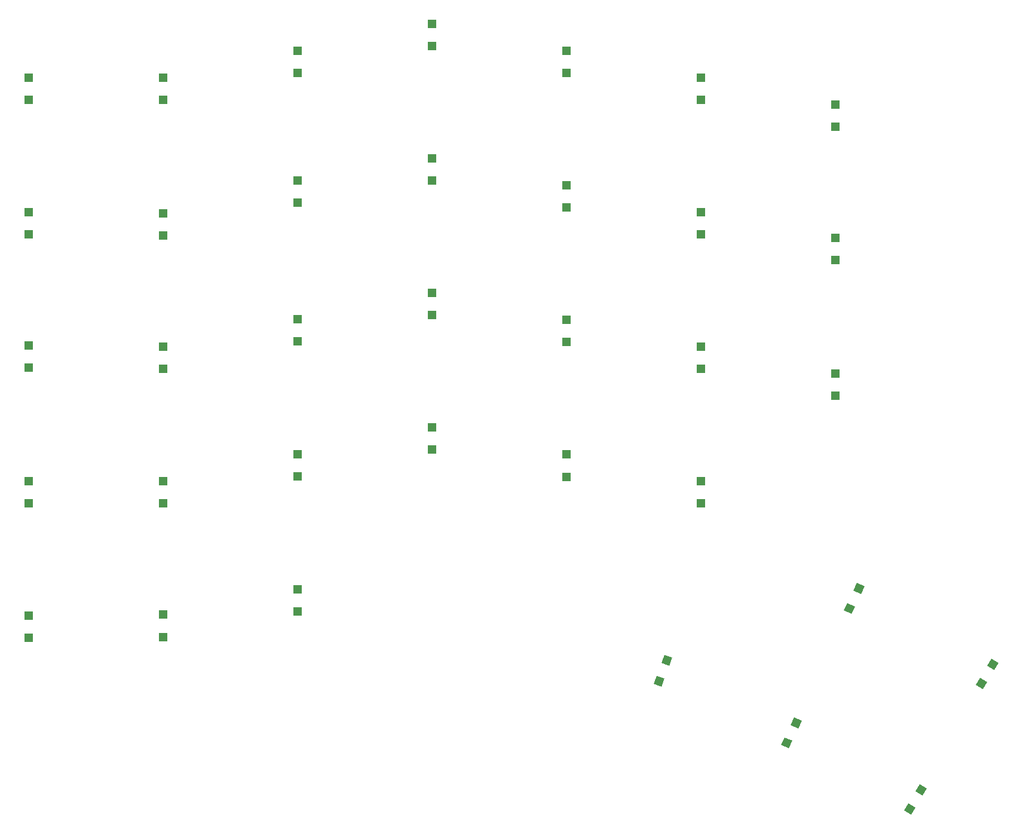
<source format=gtp>
%TF.GenerationSoftware,KiCad,Pcbnew,(5.1.6)-1*%
%TF.CreationDate,2020-06-18T19:24:29+02:00*%
%TF.ProjectId,splitkb,73706c69-746b-4622-9e6b-696361645f70,rev?*%
%TF.SameCoordinates,Original*%
%TF.FileFunction,Paste,Top*%
%TF.FilePolarity,Positive*%
%FSLAX46Y46*%
G04 Gerber Fmt 4.6, Leading zero omitted, Abs format (unit mm)*
G04 Created by KiCad (PCBNEW (5.1.6)-1) date 2020-06-18 19:24:29*
%MOMM*%
%LPD*%
G01*
G04 APERTURE LIST*
%ADD10C,0.100000*%
%ADD11R,1.200000X1.200000*%
G04 APERTURE END LIST*
D10*
%TO.C,D35*%
G36*
X172072115Y-135966874D02*
G01*
X171032885Y-135366874D01*
X171632885Y-134327644D01*
X172672115Y-134927644D01*
X172072115Y-135966874D01*
G37*
G36*
X173647115Y-133238894D02*
G01*
X172607885Y-132638894D01*
X173207885Y-131599664D01*
X174247115Y-132199664D01*
X173647115Y-133238894D01*
G37*
%TD*%
%TO.C,D34*%
G36*
X153423521Y-125321822D02*
G01*
X152335951Y-124814680D01*
X152843093Y-123727110D01*
X153930663Y-124234252D01*
X153423521Y-125321822D01*
G37*
G36*
X154754769Y-122466952D02*
G01*
X153667199Y-121959810D01*
X154174341Y-120872240D01*
X155261911Y-121379382D01*
X154754769Y-122466952D01*
G37*
%TD*%
D11*
%TO.C,D33*%
X151130000Y-94375000D03*
X151130000Y-91225000D03*
%TD*%
%TO.C,D32*%
X151130000Y-75144660D03*
X151130000Y-71994660D03*
%TD*%
%TO.C,D31*%
X151130000Y-56275000D03*
X151130000Y-53125000D03*
%TD*%
D10*
%TO.C,D30*%
G36*
X161912115Y-153746874D02*
G01*
X160872885Y-153146874D01*
X161472885Y-152107644D01*
X162512115Y-152707644D01*
X161912115Y-153746874D01*
G37*
G36*
X163487115Y-151018894D02*
G01*
X162447885Y-150418894D01*
X163047885Y-149379664D01*
X164087115Y-149979664D01*
X163487115Y-151018894D01*
G37*
%TD*%
D11*
%TO.C,D29*%
X132080000Y-109615000D03*
X132080000Y-106465000D03*
%TD*%
%TO.C,D28*%
X132080000Y-90565000D03*
X132080000Y-87415000D03*
%TD*%
%TO.C,D27*%
X132080000Y-71515000D03*
X132080000Y-68365000D03*
%TD*%
%TO.C,D26*%
X132080000Y-52465000D03*
X132080000Y-49315000D03*
%TD*%
D10*
%TO.C,D25*%
G36*
X144533521Y-144367191D02*
G01*
X143445951Y-143860049D01*
X143953093Y-142772479D01*
X145040663Y-143279621D01*
X144533521Y-144367191D01*
G37*
G36*
X145864769Y-141512321D02*
G01*
X144777199Y-141005179D01*
X145284341Y-139917609D01*
X146371911Y-140424751D01*
X145864769Y-141512321D01*
G37*
%TD*%
D11*
%TO.C,D24*%
X113030000Y-105873920D03*
X113030000Y-102723920D03*
%TD*%
%TO.C,D23*%
X113030000Y-86755000D03*
X113030000Y-83605000D03*
%TD*%
%TO.C,D22*%
X113030000Y-67705000D03*
X113030000Y-64555000D03*
%TD*%
%TO.C,D21*%
X113030000Y-48655000D03*
X113030000Y-45505000D03*
%TD*%
D10*
%TO.C,D20*%
G36*
X126531467Y-135596214D02*
G01*
X125403836Y-135185789D01*
X125814261Y-134058158D01*
X126941892Y-134468583D01*
X126531467Y-135596214D01*
G37*
G36*
X127608831Y-132636182D02*
G01*
X126481200Y-132225757D01*
X126891625Y-131098126D01*
X128019256Y-131508551D01*
X127608831Y-132636182D01*
G37*
%TD*%
D11*
%TO.C,D19*%
X93980000Y-101995000D03*
X93980000Y-98845000D03*
%TD*%
%TO.C,D18*%
X93980000Y-82945000D03*
X93980000Y-79795000D03*
%TD*%
%TO.C,D17*%
X93980000Y-63895000D03*
X93980000Y-60745000D03*
%TD*%
%TO.C,D16*%
X93980000Y-44845000D03*
X93980000Y-41695000D03*
%TD*%
%TO.C,D15*%
X74930000Y-124925000D03*
X74930000Y-121775000D03*
%TD*%
%TO.C,D14*%
X74930000Y-105805000D03*
X74930000Y-102655000D03*
%TD*%
%TO.C,D13*%
X74930000Y-86678800D03*
X74930000Y-83528800D03*
%TD*%
%TO.C,D12*%
X74930000Y-67070000D03*
X74930000Y-63920000D03*
%TD*%
%TO.C,D11*%
X74930000Y-48655000D03*
X74930000Y-45505000D03*
%TD*%
%TO.C,D10*%
X55880000Y-128563400D03*
X55880000Y-125413400D03*
%TD*%
%TO.C,D9*%
X55880000Y-109615000D03*
X55880000Y-106465000D03*
%TD*%
%TO.C,D8*%
X55880000Y-90565000D03*
X55880000Y-87415000D03*
%TD*%
%TO.C,D7*%
X55880000Y-71730900D03*
X55880000Y-68580900D03*
%TD*%
%TO.C,D6*%
X55880000Y-52465000D03*
X55880000Y-49315000D03*
%TD*%
%TO.C,D5*%
X36830000Y-128665000D03*
X36830000Y-125515000D03*
%TD*%
%TO.C,D4*%
X36830000Y-109615000D03*
X36830000Y-106465000D03*
%TD*%
%TO.C,D3*%
X36830000Y-90385000D03*
X36830000Y-87235000D03*
%TD*%
%TO.C,D2*%
X36830000Y-71515000D03*
X36830000Y-68365000D03*
%TD*%
%TO.C,D1*%
X36830000Y-52465000D03*
X36830000Y-49315000D03*
%TD*%
M02*

</source>
